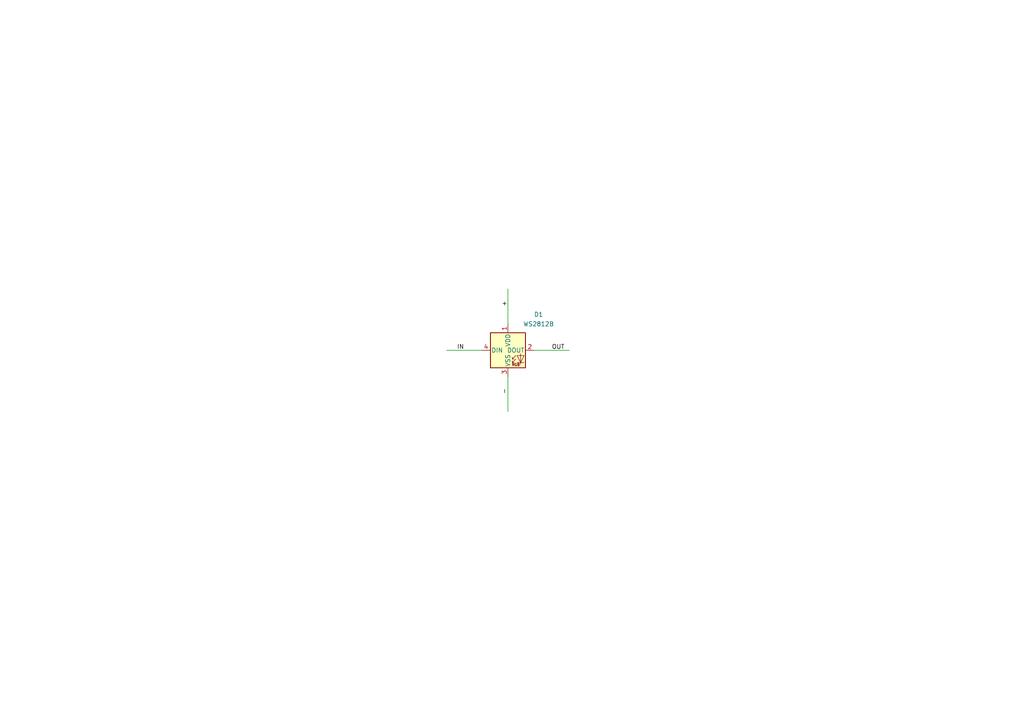
<source format=kicad_sch>
(kicad_sch (version 20211123) (generator eeschema)
  (paper "A4")
  (lib_symbols
    (symbol "LED:WS2812B" (pin_names (offset 0.254))
      (property "Reference" "D" (at 5.08 5.715 0))
      (property "Value" "WS2812B" (at 1.27 -5.715 0))
      (symbol "WS2812B_0_0"
        (text "RGB" (at 2.286 -4.191 0) (effects (font (size 0.762 0.762))))
      )
      (symbol "WS2812B_0_1"
        (polyline (pts (xy 1.27 -3.556) (xy 1.778 -3.556)))
        (polyline (pts (xy 1.27 -2.54) (xy 1.778 -2.54)))
        (polyline (pts (xy 4.699 -3.556) (xy 2.667 -3.556)))
        (polyline (pts (xy 2.286 -2.54) (xy 1.27 -3.556) (xy 1.27 -3.048)))
        (polyline (pts (xy 2.286 -1.524) (xy 1.27 -2.54) (xy 1.27 -2.032)))
        (polyline (pts (xy 3.683 -1.016) (xy 3.683 -3.556) (xy 3.683 -4.064)))
        (polyline (pts (xy 4.699 -1.524) (xy 2.667 -1.524) (xy 3.683 -3.556) (xy 4.699 -1.524)))
        (rectangle (start 5.08 5.08) (end -5.08 -5.08) (stroke (width 0.254)) (fill (type background)))
      )
      (symbol "WS2812B_1_1"
        (pin power_in line (at 0 7.62 270) (length 2.54) (name "VDD") (number "1"))
        (pin output line (at 7.62 0 180) (length 2.54) (name "DOUT") (number "2"))
        (pin power_in line (at 0 -7.62 90) (length 2.54) (name "VSS") (number "3"))
        (pin input line (at -7.62 0 0) (length 2.54) (name "DIN") (number "4"))
      )
    )
  )
  (wire (pts (xy 147.32 109.22) (xy 147.32 119.38)))
  (wire (pts (xy 147.32 93.98) (xy 147.32 83.82)))
  (wire (pts (xy 139.7 101.6) (xy 129.54 101.6)))
  (wire (pts (xy 154.94 101.6) (xy 165.1 101.6)))
  (wire (pts (xy 330.2 207.01) (xy 320.04 207.01)))
  (label "IN" (at 134.62 101.6 180) (effects (font (size 1.2446 1.2446))))
  (label "+" (at 325.12 207.01 180) (effects (font (size 1.2446 1.2446))))
  (label "OUT" (at 160.02 101.6 0) (effects (font (size 1.2446 1.2446))))
  (label "-" (at 147.32 114.3 90) (effects (font (size 1.2446 1.2446))))
  (label "+" (at 147.32 88.9 90) (effects (font (size 1.2446 1.2446))))
  (symbol (lib_id "LED:WS2812B") (at 147.32 101.6 0) (unit 1)
    (property "Reference" "D1" (at 156.21 91.2049 0))
    (property "Value" "WS2812B" (at 156.21 93.98 0))
    (property "Footprint" "LED_SMD:LED_SK6812MINI_PLCC4_3.5x3.5mm_P1.75mm" (effects hide))
    (property "Datasheet" "https://cdn-shop.adafruit.com/datasheets/WS2812B.pdf" (effects hide))
  )
)
</source>
